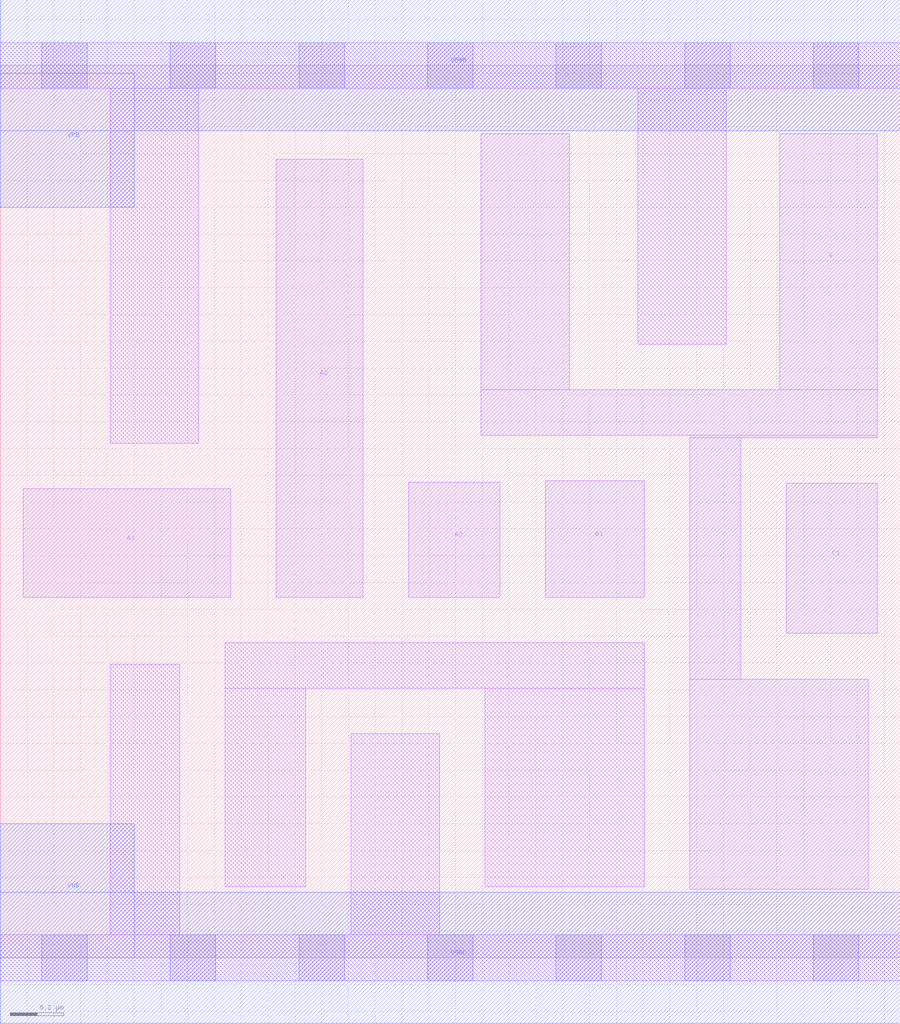
<source format=lef>
# Copyright 2020 The SkyWater PDK Authors
#
# Licensed under the Apache License, Version 2.0 (the "License");
# you may not use this file except in compliance with the License.
# You may obtain a copy of the License at
#
#     https://www.apache.org/licenses/LICENSE-2.0
#
# Unless required by applicable law or agreed to in writing, software
# distributed under the License is distributed on an "AS IS" BASIS,
# WITHOUT WARRANTIES OR CONDITIONS OF ANY KIND, either express or implied.
# See the License for the specific language governing permissions and
# limitations under the License.
#
# SPDX-License-Identifier: Apache-2.0

VERSION 5.5 ;
NAMESCASESENSITIVE ON ;
BUSBITCHARS "[]" ;
DIVIDERCHAR "/" ;
MACRO sky130_fd_sc_lp__o311ai_1
  CLASS CORE ;
  SOURCE USER ;
  ORIGIN  0.000000  0.000000 ;
  SIZE  3.360000 BY  3.330000 ;
  SYMMETRY X Y R90 ;
  SITE unit ;
  PIN A1
    ANTENNAGATEAREA  0.315000 ;
    DIRECTION INPUT ;
    USE SIGNAL ;
    PORT
      LAYER li1 ;
        RECT 0.085000 1.345000 0.860000 1.750000 ;
    END
  END A1
  PIN A2
    ANTENNAGATEAREA  0.315000 ;
    DIRECTION INPUT ;
    USE SIGNAL ;
    PORT
      LAYER li1 ;
        RECT 1.030000 1.345000 1.355000 2.980000 ;
    END
  END A2
  PIN A3
    ANTENNAGATEAREA  0.315000 ;
    DIRECTION INPUT ;
    USE SIGNAL ;
    PORT
      LAYER li1 ;
        RECT 1.525000 1.345000 1.865000 1.775000 ;
    END
  END A3
  PIN B1
    ANTENNAGATEAREA  0.315000 ;
    DIRECTION INPUT ;
    USE SIGNAL ;
    PORT
      LAYER li1 ;
        RECT 2.035000 1.345000 2.405000 1.780000 ;
    END
  END B1
  PIN C1
    ANTENNAGATEAREA  0.315000 ;
    DIRECTION INPUT ;
    USE SIGNAL ;
    PORT
      LAYER li1 ;
        RECT 2.935000 1.210000 3.275000 1.770000 ;
    END
  END C1
  PIN Y
    ANTENNADIFFAREA  1.047900 ;
    DIRECTION OUTPUT ;
    USE SIGNAL ;
    PORT
      LAYER li1 ;
        RECT 1.795000 1.950000 3.275000 2.120000 ;
        RECT 1.795000 2.120000 2.125000 3.075000 ;
        RECT 2.575000 0.255000 3.240000 1.040000 ;
        RECT 2.575000 1.040000 2.765000 1.940000 ;
        RECT 2.575000 1.940000 3.275000 1.950000 ;
        RECT 2.910000 2.120000 3.275000 3.075000 ;
    END
  END Y
  PIN VGND
    DIRECTION INOUT ;
    USE GROUND ;
    PORT
      LAYER met1 ;
        RECT 0.000000 -0.245000 3.360000 0.245000 ;
    END
  END VGND
  PIN VNB
    DIRECTION INOUT ;
    USE GROUND ;
    PORT
    END
  END VNB
  PIN VPB
    DIRECTION INOUT ;
    USE POWER ;
    PORT
    END
  END VPB
  PIN VNB
    DIRECTION INOUT ;
    USE GROUND ;
    PORT
      LAYER met1 ;
        RECT 0.000000 0.000000 0.500000 0.500000 ;
    END
  END VNB
  PIN VPB
    DIRECTION INOUT ;
    USE POWER ;
    PORT
      LAYER met1 ;
        RECT 0.000000 2.800000 0.500000 3.300000 ;
    END
  END VPB
  PIN VPWR
    DIRECTION INOUT ;
    USE POWER ;
    PORT
      LAYER met1 ;
        RECT 0.000000 3.085000 3.360000 3.575000 ;
    END
  END VPWR
  OBS
    LAYER li1 ;
      RECT 0.000000 -0.085000 3.360000 0.085000 ;
      RECT 0.000000  3.245000 3.360000 3.415000 ;
      RECT 0.410000  0.085000 0.670000 1.095000 ;
      RECT 0.410000  1.920000 0.740000 3.245000 ;
      RECT 0.840000  0.265000 1.140000 1.005000 ;
      RECT 0.840000  1.005000 2.405000 1.175000 ;
      RECT 1.310000  0.085000 1.640000 0.835000 ;
      RECT 1.810000  0.265000 2.405000 1.005000 ;
      RECT 2.380000  2.290000 2.710000 3.245000 ;
    LAYER mcon ;
      RECT 0.155000 -0.085000 0.325000 0.085000 ;
      RECT 0.155000  3.245000 0.325000 3.415000 ;
      RECT 0.635000 -0.085000 0.805000 0.085000 ;
      RECT 0.635000  3.245000 0.805000 3.415000 ;
      RECT 1.115000 -0.085000 1.285000 0.085000 ;
      RECT 1.115000  3.245000 1.285000 3.415000 ;
      RECT 1.595000 -0.085000 1.765000 0.085000 ;
      RECT 1.595000  3.245000 1.765000 3.415000 ;
      RECT 2.075000 -0.085000 2.245000 0.085000 ;
      RECT 2.075000  3.245000 2.245000 3.415000 ;
      RECT 2.555000 -0.085000 2.725000 0.085000 ;
      RECT 2.555000  3.245000 2.725000 3.415000 ;
      RECT 3.035000 -0.085000 3.205000 0.085000 ;
      RECT 3.035000  3.245000 3.205000 3.415000 ;
  END
END sky130_fd_sc_lp__o311ai_1
END LIBRARY

</source>
